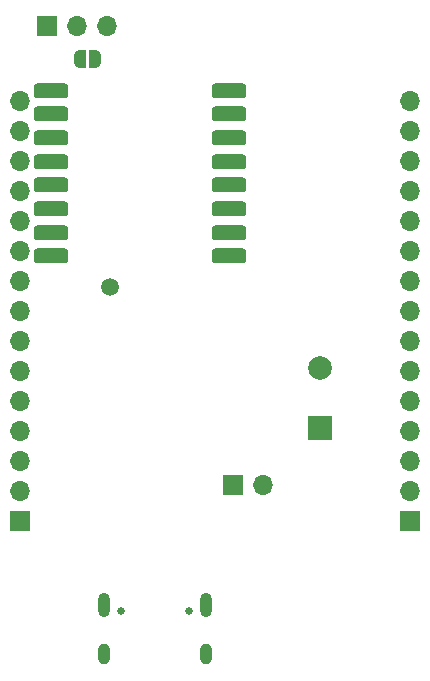
<source format=gbr>
%TF.GenerationSoftware,KiCad,Pcbnew,7.0.1*%
%TF.CreationDate,2023-07-15T13:48:22+02:00*%
%TF.ProjectId,SunSparkESP32,53756e53-7061-4726-9b45-535033322e6b,2.0*%
%TF.SameCoordinates,Original*%
%TF.FileFunction,Soldermask,Bot*%
%TF.FilePolarity,Negative*%
%FSLAX46Y46*%
G04 Gerber Fmt 4.6, Leading zero omitted, Abs format (unit mm)*
G04 Created by KiCad (PCBNEW 7.0.1) date 2023-07-15 13:48:22*
%MOMM*%
%LPD*%
G01*
G04 APERTURE LIST*
G04 Aperture macros list*
%AMRoundRect*
0 Rectangle with rounded corners*
0 $1 Rounding radius*
0 $2 $3 $4 $5 $6 $7 $8 $9 X,Y pos of 4 corners*
0 Add a 4 corners polygon primitive as box body*
4,1,4,$2,$3,$4,$5,$6,$7,$8,$9,$2,$3,0*
0 Add four circle primitives for the rounded corners*
1,1,$1+$1,$2,$3*
1,1,$1+$1,$4,$5*
1,1,$1+$1,$6,$7*
1,1,$1+$1,$8,$9*
0 Add four rect primitives between the rounded corners*
20,1,$1+$1,$2,$3,$4,$5,0*
20,1,$1+$1,$4,$5,$6,$7,0*
20,1,$1+$1,$6,$7,$8,$9,0*
20,1,$1+$1,$8,$9,$2,$3,0*%
%AMFreePoly0*
4,1,19,0.500000,-0.750000,0.000000,-0.750000,0.000000,-0.744911,-0.071157,-0.744911,-0.207708,-0.704816,-0.327430,-0.627875,-0.420627,-0.520320,-0.479746,-0.390866,-0.500000,-0.250000,-0.500000,0.250000,-0.479746,0.390866,-0.420627,0.520320,-0.327430,0.627875,-0.207708,0.704816,-0.071157,0.744911,0.000000,0.744911,0.000000,0.750000,0.500000,0.750000,0.500000,-0.750000,0.500000,-0.750000,
$1*%
%AMFreePoly1*
4,1,19,0.000000,0.744911,0.071157,0.744911,0.207708,0.704816,0.327430,0.627875,0.420627,0.520320,0.479746,0.390866,0.500000,0.250000,0.500000,-0.250000,0.479746,-0.390866,0.420627,-0.520320,0.327430,-0.627875,0.207708,-0.704816,0.071157,-0.744911,0.000000,-0.744911,0.000000,-0.750000,-0.500000,-0.750000,-0.500000,0.750000,0.000000,0.750000,0.000000,0.744911,0.000000,0.744911,
$1*%
G04 Aperture macros list end*
%ADD10C,0.650000*%
%ADD11O,1.000000X2.100000*%
%ADD12O,1.000000X1.800000*%
%ADD13R,1.700000X1.700000*%
%ADD14O,1.700000X1.700000*%
%ADD15R,2.000000X2.000000*%
%ADD16C,2.000000*%
%ADD17C,1.500000*%
%ADD18FreePoly0,0.000000*%
%ADD19FreePoly1,0.000000*%
%ADD20RoundRect,0.317500X1.157500X0.317500X-1.157500X0.317500X-1.157500X-0.317500X1.157500X-0.317500X0*%
G04 APERTURE END LIST*
D10*
%TO.C,J2*%
X63150000Y-91375000D03*
X68930000Y-91375000D03*
D11*
X61720000Y-90875000D03*
D12*
X61720000Y-95055000D03*
D11*
X70360000Y-90875000D03*
D12*
X70360000Y-95055000D03*
%TD*%
D13*
%TO.C,J5*%
X56911000Y-41885000D03*
D14*
X59451000Y-41885000D03*
X61991000Y-41885000D03*
%TD*%
D13*
%TO.C,J1*%
X72644000Y-80772000D03*
D14*
X75184000Y-80772000D03*
%TD*%
D13*
%TO.C,J4*%
X87630000Y-83820000D03*
D14*
X87630000Y-81280000D03*
X87630000Y-78740000D03*
X87630000Y-76200000D03*
X87630000Y-73660000D03*
X87630000Y-71120000D03*
X87630000Y-68580000D03*
X87630000Y-66040000D03*
X87630000Y-63500000D03*
X87630000Y-60960000D03*
X87630000Y-58420000D03*
X87630000Y-55880000D03*
X87630000Y-53340000D03*
X87630000Y-50800000D03*
X87630000Y-48260000D03*
%TD*%
D15*
%TO.C,C3*%
X80010000Y-75866000D03*
D16*
X80010000Y-70866000D03*
%TD*%
D13*
%TO.C,J6*%
X54610000Y-83820000D03*
D14*
X54610000Y-81280000D03*
X54610000Y-78740000D03*
X54610000Y-76200000D03*
X54610000Y-73660000D03*
X54610000Y-71120000D03*
X54610000Y-68580000D03*
X54610000Y-66040000D03*
X54610000Y-63500000D03*
X54610000Y-60960000D03*
X54610000Y-58420000D03*
X54610000Y-55880000D03*
X54610000Y-53340000D03*
X54610000Y-50800000D03*
X54610000Y-48260000D03*
%TD*%
D17*
%TO.C,J7*%
X62230000Y-64008000D03*
%TD*%
D18*
%TO.C,JP2*%
X59660000Y-44704000D03*
D19*
X60960000Y-44704000D03*
%TD*%
D20*
%TO.C,U4*%
X72295000Y-47356000D03*
X72295000Y-49356000D03*
X72295000Y-51356000D03*
X72295000Y-53356000D03*
X72295000Y-55356000D03*
X72295000Y-57356000D03*
X72295000Y-59356000D03*
X72295000Y-61356000D03*
X57245000Y-61356000D03*
X57245000Y-59356000D03*
X57245000Y-57356000D03*
X57245000Y-55356000D03*
X57245000Y-53356000D03*
X57245000Y-51356000D03*
X57245000Y-49356000D03*
X57245000Y-47356000D03*
%TD*%
M02*

</source>
